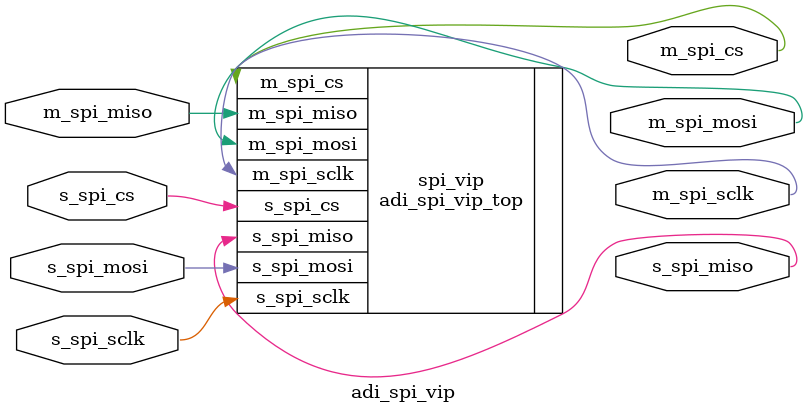
<source format=v>

module adi_spi_vip #(
  parameter MODE          = 0, // SLAVE=0
  parameter CPOL          = 0,
  parameter CPHA          = 0,
  parameter INV_CS        = 0,
  parameter DATA_DLENGTH  = 16,
  parameter SLAVE_TIN     = 0,
  parameter SLAVE_TOUT    = 0,
  parameter MASTER_TIN    = 0,
  parameter MASTER_TOUT   = 0,
  parameter CS_TO_MISO    = 0,
  parameter DEFAULT_MISO_DATA = 'hCAFE
)  (
  input   wire  s_spi_sclk,
  input   wire  s_spi_mosi,
  output  wire  s_spi_miso,
  input   wire  s_spi_cs,
  output  wire  m_spi_sclk,
  output  wire  m_spi_mosi,
  input   wire  m_spi_miso,
  output  wire  m_spi_cs
);

  adi_spi_vip_top #(
    .MODE               (MODE),
    .CPOL               (CPOL),
    .CPHA               (CPHA),
    .INV_CS             (INV_CS),
    .DATA_DLENGTH       (DATA_DLENGTH),
    .SLAVE_TIN          (SLAVE_TIN),
    .SLAVE_TOUT         (SLAVE_TOUT),
    .MASTER_TIN         (MASTER_TIN),
    .MASTER_TOUT        (MASTER_TOUT),
    .CS_TO_MISO         (CS_TO_MISO),
    .DEFAULT_MISO_DATA  (DEFAULT_MISO_DATA)
  ) spi_vip (
    .s_spi_sclk (s_spi_sclk),
    .s_spi_mosi (s_spi_mosi),
    .s_spi_miso (s_spi_miso),
    .s_spi_cs   (s_spi_cs),
    .m_spi_sclk (m_spi_sclk),
    .m_spi_mosi (m_spi_mosi),
    .m_spi_miso (m_spi_miso),
    .m_spi_cs   (m_spi_cs)
  );

endmodule
</source>
